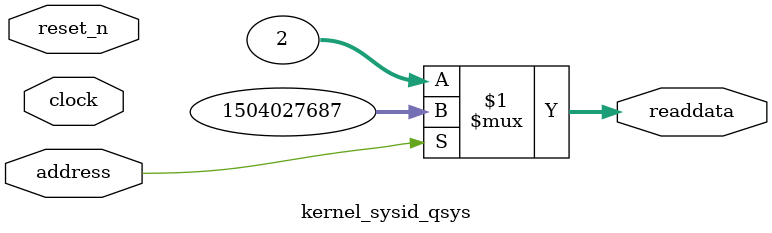
<source format=v>

`timescale 1ns / 1ps
// synthesis translate_on

// turn off superfluous verilog processor warnings 
// altera message_level Level1 
// altera message_off 10034 10035 10036 10037 10230 10240 10030 

module kernel_sysid_qsys (
               // inputs:
                address,
                clock,
                reset_n,

               // outputs:
                readdata
             )
;

  output  [ 31: 0] readdata;
  input            address;
  input            clock;
  input            reset_n;

  wire    [ 31: 0] readdata;
  //control_slave, which is an e_avalon_slave
  assign readdata = address ? 1504027687 : 2;

endmodule




</source>
